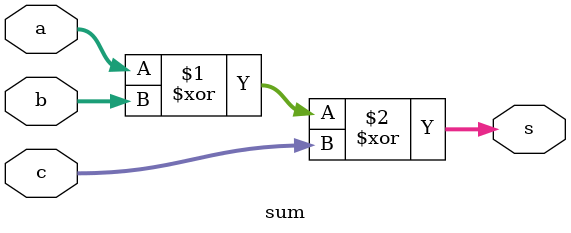
<source format=v>
`timescale 1ns / 1ps
module sum(input [31:0]a,b,c, output [31:0]s);
assign s=a^b^c;
endmodule

</source>
